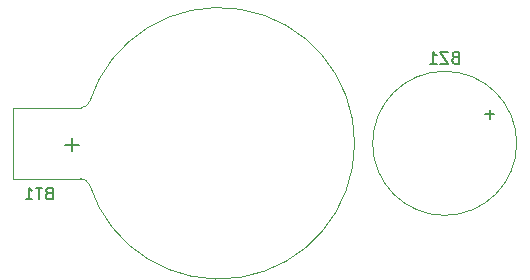
<source format=gbo>
G04 #@! TF.GenerationSoftware,KiCad,Pcbnew,(5.0.2)-1*
G04 #@! TF.CreationDate,2025-08-06T21:36:18+02:00*
G04 #@! TF.ProjectId,beerodul,62656572-6f64-4756-9c2e-6b696361645f,rev?*
G04 #@! TF.SameCoordinates,Original*
G04 #@! TF.FileFunction,Legend,Bot*
G04 #@! TF.FilePolarity,Positive*
%FSLAX46Y46*%
G04 Gerber Fmt 4.6, Leading zero omitted, Abs format (unit mm)*
G04 Created by KiCad (PCBNEW (5.0.2)-1) date 6. 08. 2025 21:36:18*
%MOMM*%
%LPD*%
G01*
G04 APERTURE LIST*
%ADD10C,0.120000*%
%ADD11C,0.150000*%
G04 APERTURE END LIST*
D10*
G04 #@! TO.C,BT1*
X160045671Y-78785281D02*
G75*
G03X137600000Y-75240000I-11495671J45281D01*
G01*
X137601754Y-75213616D02*
G75*
G02X136850000Y-75740000I-751754J273616D01*
G01*
X160045671Y-78694719D02*
G75*
G02X137600000Y-82240000I-11495671J-45281D01*
G01*
X137601754Y-82266384D02*
G75*
G03X136850000Y-81740000I-751754J-273616D01*
G01*
X131150000Y-81740000D02*
X136850000Y-81740000D01*
X131150000Y-75740000D02*
X131150000Y-81740000D01*
X131150000Y-75740000D02*
X136850000Y-75740000D01*
G04 #@! TO.C,BZ1*
X173770000Y-78740000D02*
G75*
G03X173770000Y-78740000I-6100000J0D01*
G01*
G04 #@! TO.C,BT1*
D11*
X134135714Y-82968571D02*
X133992857Y-83016190D01*
X133945238Y-83063809D01*
X133897619Y-83159047D01*
X133897619Y-83301904D01*
X133945238Y-83397142D01*
X133992857Y-83444761D01*
X134088095Y-83492380D01*
X134469047Y-83492380D01*
X134469047Y-82492380D01*
X134135714Y-82492380D01*
X134040476Y-82540000D01*
X133992857Y-82587619D01*
X133945238Y-82682857D01*
X133945238Y-82778095D01*
X133992857Y-82873333D01*
X134040476Y-82920952D01*
X134135714Y-82968571D01*
X134469047Y-82968571D01*
X133611904Y-82492380D02*
X133040476Y-82492380D01*
X133326190Y-83492380D02*
X133326190Y-82492380D01*
X132183333Y-83492380D02*
X132754761Y-83492380D01*
X132469047Y-83492380D02*
X132469047Y-82492380D01*
X132564285Y-82635238D01*
X132659523Y-82730476D01*
X132754761Y-82778095D01*
X136671428Y-78847142D02*
X135528571Y-78847142D01*
X136100000Y-79418571D02*
X136100000Y-78275714D01*
G04 #@! TO.C,BZ1*
X168550952Y-71468571D02*
X168408095Y-71516190D01*
X168360476Y-71563809D01*
X168312857Y-71659047D01*
X168312857Y-71801904D01*
X168360476Y-71897142D01*
X168408095Y-71944761D01*
X168503333Y-71992380D01*
X168884285Y-71992380D01*
X168884285Y-70992380D01*
X168550952Y-70992380D01*
X168455714Y-71040000D01*
X168408095Y-71087619D01*
X168360476Y-71182857D01*
X168360476Y-71278095D01*
X168408095Y-71373333D01*
X168455714Y-71420952D01*
X168550952Y-71468571D01*
X168884285Y-71468571D01*
X167979523Y-70992380D02*
X167312857Y-70992380D01*
X167979523Y-71992380D01*
X167312857Y-71992380D01*
X166408095Y-71992380D02*
X166979523Y-71992380D01*
X166693809Y-71992380D02*
X166693809Y-70992380D01*
X166789047Y-71135238D01*
X166884285Y-71230476D01*
X166979523Y-71278095D01*
X171860952Y-76271428D02*
X171099047Y-76271428D01*
X171480000Y-76652380D02*
X171480000Y-75890476D01*
G04 #@! TD*
M02*

</source>
